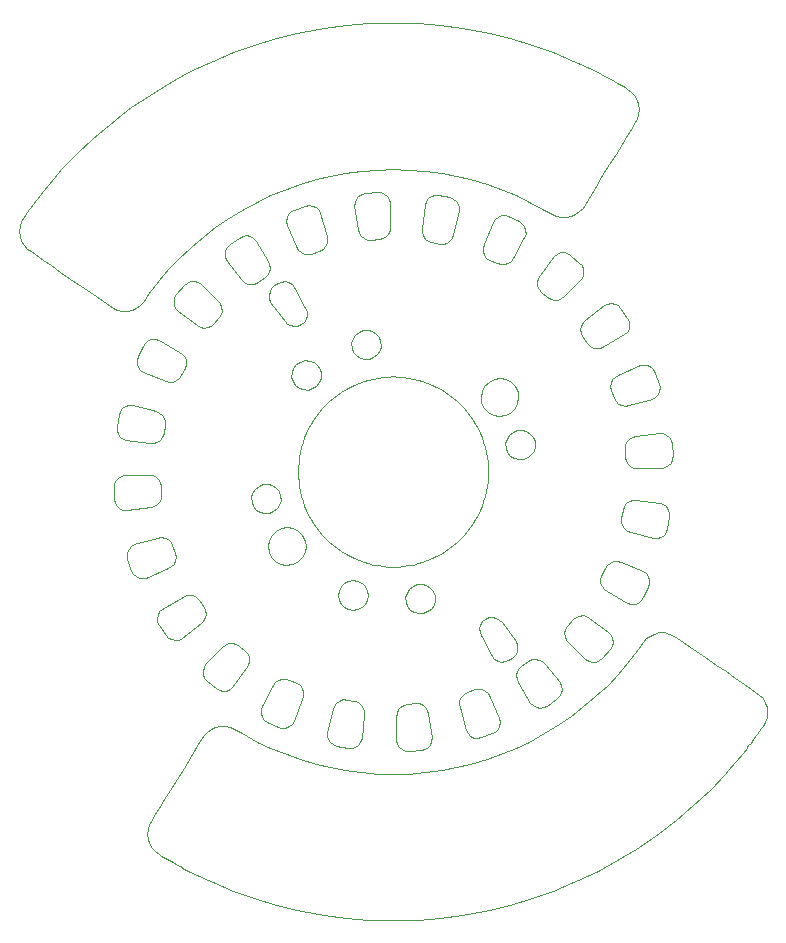
<source format=gbr>
%TF.GenerationSoftware,KiCad,Pcbnew,5.99.0-unknown-7d8f51dc2e~131~ubuntu18.04.1*%
%TF.CreationDate,2021-08-23T11:01:16+02:00*%
%TF.ProjectId,USTTHUNDERMILLPCB02A,55535454-4855-44e4-9445-524d494c4c50,rev?*%
%TF.SameCoordinates,Original*%
%TF.FileFunction,Other,ECO1*%
%FSLAX46Y46*%
G04 Gerber Fmt 4.6, Leading zero omitted, Abs format (unit mm)*
G04 Created by KiCad (PCBNEW 5.99.0-unknown-7d8f51dc2e~131~ubuntu18.04.1) date 2021-08-23 11:01:16*
%MOMM*%
%LPD*%
G01*
G04 APERTURE LIST*
%ADD10C,0.049999*%
G04 APERTURE END LIST*
D10*
X160430587Y-89701976D02*
X160141490Y-89582244D01*
X160141490Y-89582244D02*
X159903591Y-89379055D01*
X159903591Y-89379055D02*
X159740089Y-89112289D01*
X159740089Y-89112289D02*
X159667087Y-88808063D01*
X159667087Y-88808063D02*
X159611389Y-88100631D01*
X159611389Y-88100631D02*
X159635990Y-87788722D01*
X159635990Y-87788722D02*
X159755687Y-87499671D01*
X159755687Y-87499671D02*
X159958889Y-87261760D01*
X159958889Y-87261760D02*
X160225688Y-87098293D01*
X160225688Y-87098293D02*
X160529888Y-87025253D01*
X160529888Y-87025253D02*
X162512386Y-86723880D01*
X162512386Y-86723880D02*
X162824291Y-86748432D01*
X162824291Y-86748432D02*
X163113288Y-86868164D01*
X163113288Y-86868164D02*
X163351188Y-87071353D01*
X163351188Y-87071353D02*
X163514690Y-87338111D01*
X163514690Y-87338111D02*
X163587688Y-87642341D01*
X163587688Y-87642341D02*
X163666088Y-88638683D01*
X163666088Y-88638683D02*
X163641590Y-88950580D01*
X163641590Y-88950580D02*
X163521888Y-89239639D01*
X163521888Y-89239639D02*
X163318691Y-89477546D01*
X163318691Y-89477546D02*
X163051891Y-89641021D01*
X163051891Y-89641021D02*
X162747688Y-89714057D01*
X162747688Y-89714057D02*
X160742488Y-89726524D01*
X160742488Y-89726524D02*
X160430587Y-89701976D01*
X160430587Y-89701976D02*
X160430587Y-89701976D01*
X148854362Y-106031688D02*
X148586181Y-105870586D01*
X148586181Y-105870586D02*
X148380920Y-105634487D01*
X148380920Y-105634487D02*
X147448303Y-103858890D01*
X147448303Y-103858890D02*
X147326053Y-103570888D01*
X147326053Y-103570888D02*
X147298782Y-103259193D01*
X147298782Y-103259193D02*
X147369163Y-102954391D01*
X147369163Y-102954391D02*
X147530303Y-102686191D01*
X147530303Y-102686191D02*
X147766433Y-102480892D01*
X147766433Y-102480892D02*
X147813182Y-102451690D01*
X147813182Y-102451690D02*
X148101173Y-102329490D01*
X148101173Y-102329490D02*
X148412853Y-102302192D01*
X148412853Y-102302192D02*
X148717700Y-102372592D01*
X148717700Y-102372592D02*
X148985881Y-102533691D01*
X148985881Y-102533691D02*
X149191143Y-102769790D01*
X149191143Y-102769790D02*
X150378192Y-104386386D01*
X150378192Y-104386386D02*
X150500492Y-104674388D01*
X150500492Y-104674388D02*
X150527694Y-104986087D01*
X150527694Y-104986087D02*
X150457290Y-105290988D01*
X150457290Y-105290988D02*
X150296192Y-105559089D01*
X150296192Y-105559089D02*
X150060092Y-105764389D01*
X150060092Y-105764389D02*
X149758892Y-105952587D01*
X149758892Y-105952587D02*
X149470893Y-106074787D01*
X149470893Y-106074787D02*
X149159210Y-106102088D01*
X149159210Y-106102088D02*
X148854362Y-106031688D01*
X148854362Y-106031688D02*
X148854362Y-106031688D01*
X128731994Y-93428951D02*
X128403993Y-93215953D01*
X128403993Y-93215953D02*
X128157793Y-92912021D01*
X128157793Y-92912021D02*
X128017694Y-92546913D01*
X128017694Y-92546913D02*
X127997194Y-92156360D01*
X127997194Y-92156360D02*
X128098394Y-91778602D01*
X128098394Y-91778602D02*
X128311395Y-91450611D01*
X128311395Y-91450611D02*
X128615394Y-91204490D01*
X128615394Y-91204490D02*
X128980493Y-91064331D01*
X128980493Y-91064331D02*
X129370994Y-91043872D01*
X129370994Y-91043872D02*
X129748794Y-91145092D01*
X129748794Y-91145092D02*
X130076784Y-91358093D01*
X130076784Y-91358093D02*
X130322904Y-91662021D01*
X130322904Y-91662021D02*
X130463054Y-92027133D01*
X130463054Y-92027133D02*
X130483524Y-92417682D01*
X130483524Y-92417682D02*
X130382303Y-92795440D01*
X130382303Y-92795440D02*
X130169303Y-93123432D01*
X130169303Y-93123432D02*
X129865394Y-93369552D01*
X129865394Y-93369552D02*
X129500295Y-93509700D01*
X129500295Y-93509700D02*
X129109693Y-93530174D01*
X129109693Y-93530174D02*
X128731994Y-93428951D01*
X128731994Y-93428951D02*
X128731994Y-93428951D01*
X132379661Y-83048080D02*
X132014553Y-82907932D01*
X132014553Y-82907932D02*
X131710624Y-82661811D01*
X131710624Y-82661811D02*
X131497625Y-82333824D01*
X131497625Y-82333824D02*
X131396404Y-81956064D01*
X131396404Y-81956064D02*
X131416873Y-81565515D01*
X131416873Y-81565515D02*
X131557024Y-81200403D01*
X131557024Y-81200403D02*
X131803144Y-80896474D01*
X131803144Y-80896474D02*
X132131134Y-80683473D01*
X132131134Y-80683473D02*
X132508892Y-80582254D01*
X132508892Y-80582254D02*
X132899440Y-80602714D01*
X132899440Y-80602714D02*
X133264553Y-80742874D01*
X133264553Y-80742874D02*
X133568481Y-80988985D01*
X133568481Y-80988985D02*
X133781494Y-81316984D01*
X133781494Y-81316984D02*
X133882713Y-81694744D01*
X133882713Y-81694744D02*
X133862243Y-82085292D01*
X133862243Y-82085292D02*
X133722091Y-82450401D01*
X133722091Y-82450401D02*
X133475971Y-82754333D01*
X133475971Y-82754333D02*
X133147972Y-82967330D01*
X133147972Y-82967330D02*
X132770210Y-83068553D01*
X132770210Y-83068553D02*
X132379661Y-83048080D01*
X132379661Y-83048080D02*
X132379661Y-83048080D01*
X118484796Y-99007270D02*
X118202396Y-98872581D01*
X118202396Y-98872581D02*
X117975496Y-98657211D01*
X117975496Y-98657211D02*
X117826196Y-98382263D01*
X117826196Y-98382263D02*
X117492595Y-97440162D01*
X117492595Y-97440162D02*
X117435596Y-97132534D01*
X117435596Y-97132534D02*
X117476396Y-96822341D01*
X117476396Y-96822341D02*
X117611095Y-96539951D01*
X117611095Y-96539951D02*
X117826496Y-96313003D01*
X117826496Y-96313003D02*
X118101396Y-96163711D01*
X118101396Y-96163711D02*
X120035097Y-95632690D01*
X120035097Y-95632690D02*
X120342695Y-95575672D01*
X120342695Y-95575672D02*
X120652896Y-95616512D01*
X120652896Y-95616512D02*
X120935297Y-95751201D01*
X120935297Y-95751201D02*
X121162197Y-95966571D01*
X121162197Y-95966571D02*
X121311496Y-96241523D01*
X121311496Y-96241523D02*
X121548397Y-96910442D01*
X121548397Y-96910442D02*
X121605396Y-97218082D01*
X121605396Y-97218082D02*
X121564596Y-97528270D01*
X121564596Y-97528270D02*
X121429895Y-97810661D01*
X121429895Y-97810661D02*
X121214496Y-98037601D01*
X121214496Y-98037601D02*
X120939596Y-98186893D01*
X120939596Y-98186893D02*
X119102695Y-98991104D01*
X119102695Y-98991104D02*
X118794996Y-99048110D01*
X118794996Y-99048110D02*
X118484796Y-99007270D01*
X118484796Y-99007270D02*
X118484796Y-99007270D01*
X137788722Y-70363996D02*
X137499671Y-70244297D01*
X137499671Y-70244297D02*
X137261760Y-70041095D01*
X137261760Y-70041095D02*
X137098293Y-69774295D01*
X137098293Y-69774295D02*
X137025253Y-69470096D01*
X137025253Y-69470096D02*
X136723880Y-67487596D01*
X136723880Y-67487596D02*
X136748432Y-67175695D01*
X136748432Y-67175695D02*
X136868164Y-66886695D01*
X136868164Y-66886695D02*
X137071353Y-66648796D01*
X137071353Y-66648796D02*
X137338111Y-66485296D01*
X137338111Y-66485296D02*
X137642341Y-66412296D01*
X137642341Y-66412296D02*
X138638683Y-66333896D01*
X138638683Y-66333896D02*
X138950580Y-66358396D01*
X138950580Y-66358396D02*
X139239639Y-66478096D01*
X139239639Y-66478096D02*
X139477546Y-66681295D01*
X139477546Y-66681295D02*
X139641021Y-66948095D01*
X139641021Y-66948095D02*
X139714057Y-67252296D01*
X139714057Y-67252296D02*
X139726524Y-69257495D01*
X139726524Y-69257495D02*
X139701976Y-69569396D01*
X139701976Y-69569396D02*
X139582244Y-69858495D01*
X139582244Y-69858495D02*
X139379055Y-70096395D01*
X139379055Y-70096395D02*
X139112289Y-70259895D01*
X139112289Y-70259895D02*
X138808063Y-70332895D01*
X138808063Y-70332895D02*
X138100631Y-70388595D01*
X138100631Y-70388595D02*
X137788722Y-70363996D01*
X137788722Y-70363996D02*
X137788722Y-70363996D01*
X131282285Y-77627393D02*
X131014104Y-77466295D01*
X131014104Y-77466295D02*
X130808843Y-77230194D01*
X130808843Y-77230194D02*
X129621793Y-75613595D01*
X129621793Y-75613595D02*
X129499494Y-75325595D01*
X129499494Y-75325595D02*
X129472293Y-75013896D01*
X129472293Y-75013896D02*
X129542694Y-74708995D01*
X129542694Y-74708995D02*
X129703794Y-74440895D01*
X129703794Y-74440895D02*
X129939893Y-74235595D01*
X129939893Y-74235595D02*
X130241094Y-74047397D01*
X130241094Y-74047397D02*
X130529094Y-73925195D01*
X130529094Y-73925195D02*
X130840774Y-73897895D01*
X130840774Y-73897895D02*
X131145624Y-73968296D01*
X131145624Y-73968296D02*
X131413805Y-74129396D01*
X131413805Y-74129396D02*
X131619064Y-74365497D01*
X131619064Y-74365497D02*
X132551681Y-76141096D01*
X132551681Y-76141096D02*
X132673931Y-76429096D01*
X132673931Y-76429096D02*
X132701202Y-76740793D01*
X132701202Y-76740793D02*
X132630821Y-77045595D01*
X132630821Y-77045595D02*
X132469680Y-77313795D01*
X132469680Y-77313795D02*
X132233551Y-77519094D01*
X132233551Y-77519094D02*
X132186801Y-77548294D01*
X132186801Y-77548294D02*
X131898813Y-77670494D01*
X131898813Y-77670494D02*
X131587133Y-77697793D01*
X131587133Y-77697793D02*
X131282285Y-77627393D01*
X131282285Y-77627393D02*
X131282285Y-77627393D01*
X139790935Y-127988983D02*
X137906841Y-127939682D01*
X137906841Y-127939682D02*
X136027912Y-127791786D01*
X136027912Y-127791786D02*
X134159294Y-127545783D01*
X134159294Y-127545783D02*
X132306114Y-127202384D01*
X132306114Y-127202384D02*
X131897144Y-127115386D01*
X131897144Y-127115386D02*
X130064474Y-126675384D01*
X130064474Y-126675384D02*
X128257394Y-126140083D01*
X128257394Y-126140083D02*
X126480695Y-125510986D01*
X126480695Y-125510986D02*
X124739395Y-124789688D01*
X124739395Y-124789688D02*
X124357496Y-124619689D01*
X124357496Y-124619689D02*
X122656295Y-123808288D01*
X122656295Y-123808288D02*
X122145896Y-123531082D01*
X122145896Y-123531082D02*
X122094696Y-123503280D01*
X122094696Y-123503280D02*
X121941295Y-123419982D01*
X121941295Y-123419982D02*
X121685997Y-123281486D01*
X121685997Y-123281486D02*
X121329696Y-123087982D01*
X121329696Y-123087982D02*
X120999996Y-122908981D01*
X120999996Y-122908981D02*
X120883996Y-122837882D01*
X120883996Y-122837882D02*
X120375597Y-122526382D01*
X120375597Y-122526382D02*
X120179796Y-122406280D01*
X120179796Y-122406280D02*
X119841495Y-122160583D01*
X119841495Y-122160583D02*
X119561796Y-121849884D01*
X119561796Y-121849884D02*
X119352695Y-121487785D01*
X119352695Y-121487785D02*
X119223495Y-121090087D01*
X119223495Y-121090087D02*
X119179796Y-120674285D01*
X119179796Y-120674285D02*
X119223495Y-120258483D01*
X119223495Y-120258483D02*
X119352695Y-119860786D01*
X119352695Y-119860786D02*
X119561796Y-119498687D01*
X119561796Y-119498687D02*
X119795597Y-119117485D01*
X119795597Y-119117485D02*
X120194496Y-118467384D01*
X120194496Y-118467384D02*
X120643196Y-117736083D01*
X120643196Y-117736083D02*
X121140596Y-116925483D01*
X121140596Y-116925483D02*
X121685195Y-116037887D01*
X121685195Y-116037887D02*
X122275495Y-115075683D01*
X122275495Y-115075683D02*
X122909996Y-114041488D01*
X122909996Y-114041488D02*
X123586896Y-112938190D01*
X123586896Y-112938190D02*
X123953096Y-112341388D01*
X123953096Y-112341388D02*
X124232894Y-112030689D01*
X124232894Y-112030689D02*
X124571197Y-111784889D01*
X124571197Y-111784889D02*
X124953096Y-111614788D01*
X124953096Y-111614788D02*
X125362094Y-111527889D01*
X125362094Y-111527889D02*
X125780197Y-111527889D01*
X125780197Y-111527889D02*
X126189197Y-111614788D01*
X126189197Y-111614788D02*
X126571197Y-111784889D01*
X126571197Y-111784889D02*
X127199995Y-112170188D01*
X127199995Y-112170188D02*
X128469894Y-112859687D01*
X128469894Y-112859687D02*
X129585294Y-113391788D01*
X129585294Y-113391788D02*
X130727075Y-113864688D01*
X130727075Y-113864688D02*
X132089160Y-114346984D01*
X132089160Y-114346984D02*
X133474620Y-114757385D01*
X133474620Y-114757385D02*
X134676303Y-115045883D01*
X134676303Y-115045883D02*
X135891464Y-115271186D01*
X135891464Y-115271186D02*
X137324062Y-115459785D01*
X137324062Y-115459785D02*
X138764572Y-115573081D01*
X138764572Y-115573081D02*
X140000000Y-115605484D01*
X140000000Y-115605484D02*
X141235412Y-115573081D01*
X141235412Y-115573081D02*
X142675922Y-115459785D01*
X142675922Y-115459785D02*
X144108520Y-115271186D01*
X144108520Y-115271186D02*
X145323673Y-115045883D01*
X145323673Y-115045883D02*
X146525363Y-114757385D01*
X146525363Y-114757385D02*
X147910823Y-114346984D01*
X147910823Y-114346984D02*
X149272911Y-113864688D01*
X149272911Y-113864688D02*
X150414691Y-113391788D01*
X150414691Y-113391788D02*
X151530090Y-112859687D01*
X151530090Y-112859687D02*
X152799991Y-112170188D01*
X152799991Y-112170188D02*
X154031986Y-111415287D01*
X154031986Y-111415287D02*
X155050487Y-110715290D01*
X155050487Y-110715290D02*
X156030986Y-109962886D01*
X156030986Y-109962886D02*
X157129688Y-109024486D01*
X157129688Y-109024486D02*
X158177890Y-108029888D01*
X158177890Y-108029888D02*
X159028591Y-107133388D01*
X159028591Y-107133388D02*
X159831188Y-106193691D01*
X159831188Y-106193691D02*
X160710788Y-105047290D01*
X160710788Y-105047290D02*
X161128589Y-104439487D01*
X161128589Y-104439487D02*
X161408290Y-104128787D01*
X161408290Y-104128787D02*
X161746585Y-103882987D01*
X161746585Y-103882987D02*
X162128589Y-103712989D01*
X162128589Y-103712989D02*
X162537487Y-103625988D01*
X162537487Y-103625988D02*
X162955688Y-103625988D01*
X162955688Y-103625988D02*
X163364589Y-103712989D01*
X163364589Y-103712989D02*
X163746585Y-103882987D01*
X163746585Y-103882987D02*
X164323883Y-104279289D01*
X164323883Y-104279289D02*
X165390983Y-105011890D01*
X165390983Y-105011890D02*
X166391281Y-105698589D01*
X166391281Y-105698589D02*
X167321983Y-106337490D01*
X167321983Y-106337490D02*
X168180480Y-106926788D01*
X168180480Y-106926788D02*
X168964584Y-107465087D01*
X168964584Y-107465087D02*
X169671981Y-107950687D01*
X169671981Y-107950687D02*
X170300781Y-108382289D01*
X170300781Y-108382289D02*
X170669486Y-108635387D01*
X170669486Y-108635387D02*
X171007682Y-108881191D01*
X171007682Y-108881191D02*
X171287483Y-109191890D01*
X171287483Y-109191890D02*
X171496582Y-109553989D01*
X171496582Y-109553989D02*
X171625785Y-109951686D01*
X171625785Y-109951686D02*
X171669486Y-110367488D01*
X171669486Y-110367488D02*
X171625785Y-110783290D01*
X171625785Y-110783290D02*
X171496582Y-111180988D01*
X171496582Y-111180988D02*
X171287483Y-111543087D01*
X171287483Y-111543087D02*
X171157386Y-111732387D01*
X171157386Y-111732387D02*
X170819686Y-112223690D01*
X170819686Y-112223690D02*
X170742584Y-112335788D01*
X170742584Y-112335788D02*
X170514183Y-112633487D01*
X170514183Y-112633487D02*
X170267387Y-112955188D01*
X170267387Y-112955188D02*
X170090583Y-113185588D01*
X170090583Y-113185588D02*
X169984382Y-113324089D01*
X169984382Y-113324089D02*
X169948883Y-113370288D01*
X169948883Y-113370288D02*
X169595283Y-113831089D01*
X169595283Y-113831089D02*
X168371185Y-115264282D01*
X168371185Y-115264282D02*
X168091484Y-115574981D01*
X168091484Y-115574981D02*
X166794082Y-116942085D01*
X166794082Y-116942085D02*
X165426986Y-118239486D01*
X165426986Y-118239486D02*
X163993785Y-119463485D01*
X163993785Y-119463485D02*
X162498489Y-120610885D01*
X162498489Y-120610885D02*
X162160289Y-120856689D01*
X162160289Y-120856689D02*
X160606990Y-121924186D01*
X160606990Y-121924186D02*
X158999988Y-122908981D01*
X158999988Y-122908981D02*
X157343688Y-123808288D01*
X157343688Y-123808288D02*
X155642490Y-124619689D01*
X155642490Y-124619689D02*
X155260589Y-124789688D01*
X155260589Y-124789688D02*
X153519290Y-125510986D01*
X153519290Y-125510986D02*
X151742591Y-126140083D01*
X151742591Y-126140083D02*
X149935512Y-126675384D01*
X149935512Y-126675384D02*
X148102844Y-127115386D01*
X148102844Y-127115386D02*
X147693870Y-127202384D01*
X147693870Y-127202384D02*
X145840690Y-127545783D01*
X145840690Y-127545783D02*
X143972072Y-127791786D01*
X143972072Y-127791786D02*
X142093143Y-127939682D01*
X142093143Y-127939682D02*
X140209049Y-127988983D01*
X140209049Y-127988983D02*
X139790935Y-127988983D01*
X139790935Y-127988983D02*
X139790935Y-127988983D01*
X123646495Y-77750093D02*
X123379695Y-77586595D01*
X123379695Y-77586595D02*
X121764795Y-76397895D01*
X121764795Y-76397895D02*
X121561595Y-76159996D01*
X121561595Y-76159996D02*
X121441896Y-75870996D01*
X121441896Y-75870996D02*
X121417295Y-75559097D01*
X121417295Y-75559097D02*
X121490396Y-75254795D01*
X121490396Y-75254795D02*
X121653795Y-74988096D01*
X121653795Y-74988096D02*
X122302896Y-74228096D01*
X122302896Y-74228096D02*
X122540796Y-74024896D01*
X122540796Y-74024896D02*
X122829896Y-73905195D01*
X122829896Y-73905195D02*
X123141796Y-73880596D01*
X123141796Y-73880596D02*
X123445995Y-73953695D01*
X123445995Y-73953695D02*
X123712795Y-74117095D01*
X123712795Y-74117095D02*
X125139495Y-75526195D01*
X125139495Y-75526195D02*
X125342697Y-75764095D01*
X125342697Y-75764095D02*
X125462396Y-76053195D01*
X125462396Y-76053195D02*
X125486896Y-76365097D01*
X125486896Y-76365097D02*
X125413896Y-76669294D01*
X125413896Y-76669294D02*
X125250396Y-76936094D01*
X125250396Y-76936094D02*
X124789596Y-77475694D01*
X124789596Y-77475694D02*
X124551696Y-77678894D01*
X124551696Y-77678894D02*
X124262596Y-77798593D01*
X124262596Y-77798593D02*
X123950696Y-77823095D01*
X123950696Y-77823095D02*
X123646495Y-77750093D01*
X123646495Y-77750093D02*
X123646495Y-77750093D01*
X136172351Y-113394187D02*
X135189662Y-113212085D01*
X135189662Y-113212085D02*
X134894741Y-113107585D01*
X134894741Y-113107585D02*
X134646533Y-112917186D01*
X134646533Y-112917186D02*
X134469322Y-112659290D01*
X134469322Y-112659290D02*
X134380462Y-112359287D01*
X134380462Y-112359287D02*
X134388652Y-112046588D01*
X134388652Y-112046588D02*
X134895591Y-110106487D01*
X134895591Y-110106487D02*
X135000030Y-109811588D01*
X135000030Y-109811588D02*
X135190490Y-109563289D01*
X135190490Y-109563289D02*
X135448333Y-109386089D01*
X135448333Y-109386089D02*
X135748321Y-109297290D01*
X135748321Y-109297290D02*
X136061080Y-109305488D01*
X136061080Y-109305488D02*
X136758823Y-109434787D01*
X136758823Y-109434787D02*
X137053741Y-109539188D01*
X137053741Y-109539188D02*
X137301963Y-109729686D01*
X137301963Y-109729686D02*
X137479171Y-109987487D01*
X137479171Y-109987487D02*
X137568031Y-110287487D01*
X137568031Y-110287487D02*
X137559841Y-110600288D01*
X137559841Y-110600288D02*
X137337841Y-112593189D01*
X137337841Y-112593189D02*
X137233402Y-112888088D01*
X137233402Y-112888088D02*
X137042942Y-113136287D01*
X137042942Y-113136287D02*
X136785102Y-113313488D01*
X136785102Y-113313488D02*
X136485111Y-113402385D01*
X136485111Y-113402385D02*
X136172351Y-113394187D01*
X136172351Y-113394187D02*
X136172351Y-113394187D01*
X152111793Y-109933288D02*
X151836791Y-109784088D01*
X151836791Y-109784088D02*
X151621490Y-109557086D01*
X151621490Y-109557086D02*
X150608093Y-107826786D01*
X150608093Y-107826786D02*
X150473392Y-107544387D01*
X150473392Y-107544387D02*
X150432491Y-107234188D01*
X150432491Y-107234188D02*
X150489593Y-106926586D01*
X150489593Y-106926586D02*
X150638793Y-106651588D01*
X150638793Y-106651588D02*
X150865791Y-106436290D01*
X150865791Y-106436290D02*
X151450592Y-106034290D01*
X151450592Y-106034290D02*
X151732994Y-105899589D01*
X151732994Y-105899589D02*
X152043190Y-105858787D01*
X152043190Y-105858787D02*
X152350791Y-105915790D01*
X152350791Y-105915790D02*
X152625793Y-106065090D01*
X152625793Y-106065090D02*
X152841091Y-106291988D01*
X152841091Y-106291988D02*
X154093387Y-107858188D01*
X154093387Y-107858188D02*
X154228088Y-108140590D01*
X154228088Y-108140590D02*
X154268886Y-108450786D01*
X154268886Y-108450786D02*
X154211887Y-108758388D01*
X154211887Y-108758388D02*
X154062587Y-109033390D01*
X154062587Y-109033390D02*
X153835689Y-109248790D01*
X153835689Y-109248790D02*
X153011993Y-109814788D01*
X153011993Y-109814788D02*
X152729591Y-109949489D01*
X152729591Y-109949489D02*
X152419391Y-109990390D01*
X152419391Y-109990390D02*
X152111793Y-109933288D01*
X152111793Y-109933288D02*
X152111793Y-109933288D01*
X141049404Y-113641590D02*
X140760345Y-113521888D01*
X140760345Y-113521888D02*
X140522438Y-113318691D01*
X140522438Y-113318691D02*
X140358963Y-113051891D01*
X140358963Y-113051891D02*
X140285926Y-112747688D01*
X140285926Y-112747688D02*
X140273460Y-110742488D01*
X140273460Y-110742488D02*
X140298007Y-110430587D01*
X140298007Y-110430587D02*
X140417739Y-110141490D01*
X140417739Y-110141490D02*
X140620929Y-109903591D01*
X140620929Y-109903591D02*
X140887695Y-109740089D01*
X140887695Y-109740089D02*
X141191921Y-109667087D01*
X141191921Y-109667087D02*
X141899353Y-109611389D01*
X141899353Y-109611389D02*
X142211261Y-109635990D01*
X142211261Y-109635990D02*
X142500312Y-109755687D01*
X142500312Y-109755687D02*
X142738224Y-109958889D01*
X142738224Y-109958889D02*
X142901691Y-110225688D01*
X142901691Y-110225688D02*
X142974731Y-110529888D01*
X142974731Y-110529888D02*
X143276103Y-112512386D01*
X143276103Y-112512386D02*
X143251552Y-112824291D01*
X143251552Y-112824291D02*
X143131820Y-113113288D01*
X143131820Y-113113288D02*
X142928630Y-113351188D01*
X142928630Y-113351188D02*
X142661872Y-113514690D01*
X142661872Y-113514690D02*
X142357643Y-113587688D01*
X142357643Y-113587688D02*
X141361301Y-113666088D01*
X141361301Y-113666088D02*
X141049404Y-113641590D01*
X141049404Y-113641590D02*
X141049404Y-113641590D01*
X119399696Y-87559841D02*
X117406795Y-87337841D01*
X117406795Y-87337841D02*
X117111896Y-87233402D01*
X117111896Y-87233402D02*
X116863697Y-87042942D01*
X116863697Y-87042942D02*
X116686496Y-86785102D01*
X116686496Y-86785102D02*
X116597597Y-86485111D01*
X116597597Y-86485111D02*
X116605796Y-86172351D01*
X116605796Y-86172351D02*
X116787897Y-85189662D01*
X116787897Y-85189662D02*
X116892396Y-84894741D01*
X116892396Y-84894741D02*
X117082796Y-84646533D01*
X117082796Y-84646533D02*
X117340696Y-84469322D01*
X117340696Y-84469322D02*
X117640695Y-84380462D01*
X117640695Y-84380462D02*
X117953395Y-84388652D01*
X117953395Y-84388652D02*
X119893495Y-84895591D01*
X119893495Y-84895591D02*
X120188396Y-85000030D01*
X120188396Y-85000030D02*
X120436697Y-85190490D01*
X120436697Y-85190490D02*
X120613895Y-85448333D01*
X120613895Y-85448333D02*
X120702695Y-85748321D01*
X120702695Y-85748321D02*
X120694496Y-86061080D01*
X120694496Y-86061080D02*
X120565196Y-86758823D01*
X120565196Y-86758823D02*
X120460796Y-87053741D01*
X120460796Y-87053741D02*
X120270296Y-87301963D01*
X120270296Y-87301963D02*
X120012496Y-87479171D01*
X120012496Y-87479171D02*
X119712495Y-87568031D01*
X119712495Y-87568031D02*
X119399696Y-87559841D01*
X119399696Y-87559841D02*
X119399696Y-87559841D01*
X156926586Y-79510393D02*
X156651588Y-79361194D01*
X156651588Y-79361194D02*
X156436290Y-79134195D01*
X156436290Y-79134195D02*
X156034290Y-78549394D01*
X156034290Y-78549394D02*
X155899589Y-78266994D01*
X155899589Y-78266994D02*
X155858787Y-77956794D01*
X155858787Y-77956794D02*
X155915790Y-77649194D01*
X155915790Y-77649194D02*
X156065090Y-77374193D01*
X156065090Y-77374193D02*
X156291988Y-77158895D01*
X156291988Y-77158895D02*
X157858188Y-75906597D01*
X157858188Y-75906597D02*
X158140590Y-75771896D01*
X158140590Y-75771896D02*
X158450786Y-75731096D01*
X158450786Y-75731096D02*
X158758388Y-75788097D01*
X158758388Y-75788097D02*
X159033390Y-75937397D01*
X159033390Y-75937397D02*
X159248790Y-76164295D01*
X159248790Y-76164295D02*
X159814788Y-76987993D01*
X159814788Y-76987993D02*
X159949489Y-77270395D01*
X159949489Y-77270395D02*
X159990390Y-77580595D01*
X159990390Y-77580595D02*
X159933288Y-77888193D01*
X159933288Y-77888193D02*
X159784088Y-78163194D01*
X159784088Y-78163194D02*
X159557086Y-78378494D01*
X159557086Y-78378494D02*
X157826786Y-79391893D01*
X157826786Y-79391893D02*
X157544387Y-79526594D01*
X157544387Y-79526594D02*
X157234188Y-79567495D01*
X157234188Y-79567495D02*
X156926586Y-79510393D01*
X156926586Y-79510393D02*
X156926586Y-79510393D01*
X143938903Y-70694496D02*
X143241161Y-70565196D01*
X143241161Y-70565196D02*
X142946243Y-70460796D01*
X142946243Y-70460796D02*
X142698020Y-70270296D01*
X142698020Y-70270296D02*
X142520812Y-70012496D01*
X142520812Y-70012496D02*
X142431953Y-69712495D01*
X142431953Y-69712495D02*
X142440143Y-69399696D01*
X142440143Y-69399696D02*
X142662143Y-67406795D01*
X142662143Y-67406795D02*
X142766582Y-67111896D01*
X142766582Y-67111896D02*
X142957042Y-66863697D01*
X142957042Y-66863697D02*
X143214881Y-66686496D01*
X143214881Y-66686496D02*
X143514873Y-66597597D01*
X143514873Y-66597597D02*
X143827632Y-66605796D01*
X143827632Y-66605796D02*
X144810321Y-66787897D01*
X144810321Y-66787897D02*
X145105243Y-66892396D01*
X145105243Y-66892396D02*
X145353450Y-67082796D01*
X145353450Y-67082796D02*
X145530662Y-67340696D01*
X145530662Y-67340696D02*
X145619522Y-67640695D01*
X145619522Y-67640695D02*
X145611331Y-67953395D01*
X145611331Y-67953395D02*
X145104393Y-69893495D01*
X145104393Y-69893495D02*
X144999954Y-70188396D01*
X144999954Y-70188396D02*
X144809494Y-70436697D01*
X144809494Y-70436697D02*
X144551651Y-70613895D01*
X144551651Y-70613895D02*
X144251663Y-70702695D01*
X144251663Y-70702695D02*
X143938903Y-70694496D01*
X143938903Y-70694496D02*
X143938903Y-70694496D01*
X141778602Y-101901592D02*
X141450611Y-101688591D01*
X141450611Y-101688591D02*
X141204490Y-101384590D01*
X141204490Y-101384590D02*
X141064331Y-101019493D01*
X141064331Y-101019493D02*
X141043872Y-100628990D01*
X141043872Y-100628990D02*
X141145092Y-100251190D01*
X141145092Y-100251190D02*
X141358093Y-99923202D01*
X141358093Y-99923202D02*
X141662021Y-99677082D01*
X141662021Y-99677082D02*
X142027133Y-99536933D01*
X142027133Y-99536933D02*
X142417682Y-99516464D01*
X142417682Y-99516464D02*
X142795440Y-99617683D01*
X142795440Y-99617683D02*
X143123432Y-99830680D01*
X143123432Y-99830680D02*
X143369552Y-100134590D01*
X143369552Y-100134590D02*
X143509700Y-100499691D01*
X143509700Y-100499691D02*
X143530174Y-100890293D01*
X143530174Y-100890293D02*
X143428951Y-101267990D01*
X143428951Y-101267990D02*
X143215953Y-101595993D01*
X143215953Y-101595993D02*
X142912021Y-101842193D01*
X142912021Y-101842193D02*
X142546913Y-101982292D01*
X142546913Y-101982292D02*
X142156360Y-102002792D01*
X142156360Y-102002792D02*
X141778602Y-101901592D01*
X141778602Y-101901592D02*
X141778602Y-101901592D01*
X162046588Y-95611331D02*
X160106487Y-95104393D01*
X160106487Y-95104393D02*
X159811588Y-94999954D01*
X159811588Y-94999954D02*
X159563289Y-94809494D01*
X159563289Y-94809494D02*
X159386089Y-94551651D01*
X159386089Y-94551651D02*
X159297290Y-94251663D01*
X159297290Y-94251663D02*
X159305488Y-93938903D01*
X159305488Y-93938903D02*
X159434787Y-93241161D01*
X159434787Y-93241161D02*
X159539188Y-92946243D01*
X159539188Y-92946243D02*
X159729686Y-92698020D01*
X159729686Y-92698020D02*
X159987487Y-92520812D01*
X159987487Y-92520812D02*
X160287487Y-92431953D01*
X160287487Y-92431953D02*
X160600288Y-92440143D01*
X160600288Y-92440143D02*
X162593189Y-92662143D01*
X162593189Y-92662143D02*
X162888088Y-92766582D01*
X162888088Y-92766582D02*
X163136287Y-92957042D01*
X163136287Y-92957042D02*
X163313488Y-93214881D01*
X163313488Y-93214881D02*
X163402385Y-93514873D01*
X163402385Y-93514873D02*
X163394187Y-93827632D01*
X163394187Y-93827632D02*
X163212085Y-94810321D01*
X163212085Y-94810321D02*
X163107585Y-95105243D01*
X163107585Y-95105243D02*
X162917186Y-95353450D01*
X162917186Y-95353450D02*
X162659290Y-95530662D01*
X162659290Y-95530662D02*
X162359287Y-95619522D01*
X162359287Y-95619522D02*
X162046588Y-95611331D01*
X162046588Y-95611331D02*
X162046588Y-95611331D01*
X153330692Y-75413896D02*
X153063892Y-75250396D01*
X153063892Y-75250396D02*
X152524291Y-74789596D01*
X152524291Y-74789596D02*
X152321090Y-74551696D01*
X152321090Y-74551696D02*
X152201393Y-74262596D01*
X152201393Y-74262596D02*
X152176891Y-73950696D01*
X152176891Y-73950696D02*
X152249893Y-73646495D01*
X152249893Y-73646495D02*
X152413391Y-73379695D01*
X152413391Y-73379695D02*
X153602088Y-71764795D01*
X153602088Y-71764795D02*
X153839988Y-71561595D01*
X153839988Y-71561595D02*
X154128986Y-71441896D01*
X154128986Y-71441896D02*
X154440887Y-71417295D01*
X154440887Y-71417295D02*
X154745189Y-71490396D01*
X154745189Y-71490396D02*
X155011890Y-71653795D01*
X155011890Y-71653795D02*
X155771888Y-72302896D01*
X155771888Y-72302896D02*
X155975086Y-72540796D01*
X155975086Y-72540796D02*
X156094791Y-72829896D01*
X156094791Y-72829896D02*
X156119388Y-73141796D01*
X156119388Y-73141796D02*
X156046291Y-73445995D01*
X156046291Y-73445995D02*
X155882888Y-73712795D01*
X155882888Y-73712795D02*
X154473789Y-75139495D01*
X154473789Y-75139495D02*
X154235889Y-75342697D01*
X154235889Y-75342697D02*
X153946788Y-75462396D01*
X153946788Y-75462396D02*
X153634887Y-75486896D01*
X153634887Y-75486896D02*
X153330692Y-75413896D01*
X153330692Y-75413896D02*
X153330692Y-75413896D01*
X146822341Y-112523586D02*
X146539951Y-112388889D01*
X146539951Y-112388889D02*
X146313003Y-112173488D01*
X146313003Y-112173488D02*
X146163711Y-111898586D01*
X146163711Y-111898586D02*
X145632690Y-109964885D01*
X145632690Y-109964885D02*
X145575672Y-109657291D01*
X145575672Y-109657291D02*
X145616512Y-109347087D01*
X145616512Y-109347087D02*
X145751201Y-109064685D01*
X145751201Y-109064685D02*
X145966571Y-108837787D01*
X145966571Y-108837787D02*
X146241523Y-108688488D01*
X146241523Y-108688488D02*
X146910442Y-108451587D01*
X146910442Y-108451587D02*
X147218082Y-108394588D01*
X147218082Y-108394588D02*
X147528270Y-108435390D01*
X147528270Y-108435390D02*
X147810661Y-108570087D01*
X147810661Y-108570087D02*
X148037601Y-108785488D01*
X148037601Y-108785488D02*
X148186893Y-109060390D01*
X148186893Y-109060390D02*
X148991104Y-110897289D01*
X148991104Y-110897289D02*
X149048110Y-111204990D01*
X149048110Y-111204990D02*
X149007270Y-111515186D01*
X149007270Y-111515186D02*
X148872581Y-111797588D01*
X148872581Y-111797588D02*
X148657211Y-112024486D01*
X148657211Y-112024486D02*
X148382263Y-112173786D01*
X148382263Y-112173786D02*
X147440162Y-112507389D01*
X147440162Y-112507389D02*
X147132534Y-112564388D01*
X147132534Y-112564388D02*
X146822341Y-112523586D01*
X146822341Y-112523586D02*
X146822341Y-112523586D01*
X159842990Y-101126190D02*
X158100288Y-100134391D01*
X158100288Y-100134391D02*
X157842388Y-99957191D01*
X157842388Y-99957191D02*
X157651889Y-99708984D01*
X157651889Y-99708984D02*
X157547489Y-99414051D01*
X157547489Y-99414051D02*
X157539287Y-99101291D01*
X157539287Y-99101291D02*
X157628189Y-98801311D01*
X157628189Y-98801311D02*
X157933689Y-98160812D01*
X157933689Y-98160812D02*
X158110889Y-97902973D01*
X158110889Y-97902973D02*
X158359088Y-97712501D01*
X158359088Y-97712501D02*
X158653987Y-97608070D01*
X158653987Y-97608070D02*
X158966789Y-97599884D01*
X158966789Y-97599884D02*
X159266788Y-97688743D01*
X159266788Y-97688743D02*
X161134288Y-98418972D01*
X161134288Y-98418972D02*
X161392189Y-98596183D01*
X161392189Y-98596183D02*
X161582588Y-98844402D01*
X161582588Y-98844402D02*
X161687088Y-99139320D01*
X161687088Y-99139320D02*
X161695285Y-99452091D01*
X161695285Y-99452091D02*
X161606388Y-99752071D01*
X161606388Y-99752071D02*
X161176090Y-100654090D01*
X161176090Y-100654090D02*
X160998889Y-100911991D01*
X160998889Y-100911991D02*
X160750690Y-101102493D01*
X160750690Y-101102493D02*
X160455787Y-101206893D01*
X160455787Y-101206893D02*
X160142986Y-101215091D01*
X160142986Y-101215091D02*
X159842990Y-101126190D01*
X159842990Y-101126190D02*
X159842990Y-101126190D01*
X148801311Y-72371795D02*
X148160812Y-72066295D01*
X148160812Y-72066295D02*
X147902973Y-71889095D01*
X147902973Y-71889095D02*
X147712501Y-71640895D01*
X147712501Y-71640895D02*
X147608070Y-71345996D01*
X147608070Y-71345996D02*
X147599884Y-71033195D01*
X147599884Y-71033195D02*
X147688743Y-70733196D01*
X147688743Y-70733196D02*
X148418972Y-68865695D01*
X148418972Y-68865695D02*
X148596183Y-68607795D01*
X148596183Y-68607795D02*
X148844402Y-68417396D01*
X148844402Y-68417396D02*
X149139320Y-68312896D01*
X149139320Y-68312896D02*
X149452091Y-68304697D01*
X149452091Y-68304697D02*
X149752071Y-68393596D01*
X149752071Y-68393596D02*
X150654090Y-68823896D01*
X150654090Y-68823896D02*
X150911991Y-69001096D01*
X150911991Y-69001096D02*
X151102493Y-69249296D01*
X151102493Y-69249296D02*
X151206893Y-69544197D01*
X151206893Y-69544197D02*
X151215091Y-69856996D01*
X151215091Y-69856996D02*
X151126190Y-70156995D01*
X151126190Y-70156995D02*
X150134391Y-71899696D01*
X150134391Y-71899696D02*
X149957191Y-72157596D01*
X149957191Y-72157596D02*
X149708984Y-72348096D01*
X149708984Y-72348096D02*
X149414051Y-72452495D01*
X149414051Y-72452495D02*
X149101291Y-72460695D01*
X149101291Y-72460695D02*
X148801311Y-72371795D01*
X148801311Y-72371795D02*
X148801311Y-72371795D01*
X125254795Y-108509586D02*
X124988096Y-108346187D01*
X124988096Y-108346187D02*
X124228096Y-107697086D01*
X124228096Y-107697086D02*
X124024896Y-107459186D01*
X124024896Y-107459186D02*
X123905195Y-107170085D01*
X123905195Y-107170085D02*
X123880596Y-106858188D01*
X123880596Y-106858188D02*
X123953695Y-106553989D01*
X123953695Y-106553989D02*
X124117095Y-106287189D01*
X124117095Y-106287189D02*
X125526195Y-104860488D01*
X125526195Y-104860488D02*
X125764095Y-104657287D01*
X125764095Y-104657287D02*
X126053195Y-104537586D01*
X126053195Y-104537586D02*
X126365097Y-104513088D01*
X126365097Y-104513088D02*
X126669294Y-104586086D01*
X126669294Y-104586086D02*
X126936094Y-104749588D01*
X126936094Y-104749588D02*
X127475694Y-105210388D01*
X127475694Y-105210388D02*
X127678894Y-105448287D01*
X127678894Y-105448287D02*
X127798593Y-105737388D01*
X127798593Y-105737388D02*
X127823095Y-106049289D01*
X127823095Y-106049289D02*
X127750093Y-106353488D01*
X127750093Y-106353488D02*
X127586595Y-106620288D01*
X127586595Y-106620288D02*
X126397895Y-108235187D01*
X126397895Y-108235187D02*
X126159996Y-108438388D01*
X126159996Y-108438388D02*
X125870996Y-108558086D01*
X125870996Y-108558086D02*
X125559097Y-108582691D01*
X125559097Y-108582691D02*
X125254795Y-108509586D01*
X125254795Y-108509586D02*
X125254795Y-108509586D01*
X159347087Y-84383472D02*
X159064685Y-84248783D01*
X159064685Y-84248783D02*
X158837787Y-84033412D01*
X158837787Y-84033412D02*
X158688488Y-83758460D01*
X158688488Y-83758460D02*
X158451587Y-83089542D01*
X158451587Y-83089542D02*
X158394588Y-82781902D01*
X158394588Y-82781902D02*
X158435390Y-82471714D01*
X158435390Y-82471714D02*
X158570087Y-82189323D01*
X158570087Y-82189323D02*
X158785488Y-81962385D01*
X158785488Y-81962385D02*
X159060390Y-81813093D01*
X159060390Y-81813093D02*
X160897289Y-81008884D01*
X160897289Y-81008884D02*
X161204990Y-80951875D01*
X161204990Y-80951875D02*
X161515186Y-80992713D01*
X161515186Y-80992713D02*
X161797588Y-81127405D01*
X161797588Y-81127405D02*
X162024486Y-81342775D01*
X162024486Y-81342775D02*
X162173786Y-81617723D01*
X162173786Y-81617723D02*
X162507389Y-82559822D01*
X162507389Y-82559822D02*
X162564388Y-82867450D01*
X162564388Y-82867450D02*
X162523586Y-83177642D01*
X162523586Y-83177642D02*
X162388889Y-83460033D01*
X162388889Y-83460033D02*
X162173488Y-83686981D01*
X162173488Y-83686981D02*
X161898586Y-83836273D01*
X161898586Y-83836273D02*
X159964885Y-84367294D01*
X159964885Y-84367294D02*
X159657291Y-84424312D01*
X159657291Y-84424312D02*
X159347087Y-84383472D01*
X159347087Y-84383472D02*
X159347087Y-84383472D01*
X136214530Y-101650390D02*
X135866073Y-101472892D01*
X135866073Y-101472892D02*
X135589530Y-101196392D01*
X135589530Y-101196392D02*
X135411983Y-100847892D01*
X135411983Y-100847892D02*
X135350803Y-100461593D01*
X135350803Y-100461593D02*
X135411983Y-100075294D01*
X135411983Y-100075294D02*
X135589530Y-99726882D01*
X135589530Y-99726882D02*
X135866073Y-99450340D01*
X135866073Y-99450340D02*
X136214530Y-99272792D01*
X136214530Y-99272792D02*
X136600803Y-99211612D01*
X136600803Y-99211612D02*
X136987071Y-99272792D01*
X136987071Y-99272792D02*
X137335533Y-99450340D01*
X137335533Y-99450340D02*
X137612071Y-99726882D01*
X137612071Y-99726882D02*
X137789623Y-100075294D01*
X137789623Y-100075294D02*
X137850803Y-100461593D01*
X137850803Y-100461593D02*
X137789623Y-100847892D01*
X137789623Y-100847892D02*
X137612071Y-101196392D01*
X137612071Y-101196392D02*
X137335533Y-101472892D01*
X137335533Y-101472892D02*
X136987071Y-101650390D01*
X136987071Y-101650390D02*
X136600803Y-101711593D01*
X136600803Y-101711593D02*
X136214530Y-101650390D01*
X136214530Y-101650390D02*
X136214530Y-101650390D01*
X130247915Y-111606388D02*
X129345893Y-111176090D01*
X129345893Y-111176090D02*
X129087995Y-110998889D01*
X129087995Y-110998889D02*
X128897493Y-110750690D01*
X128897493Y-110750690D02*
X128793094Y-110455787D01*
X128793094Y-110455787D02*
X128784894Y-110142986D01*
X128784894Y-110142986D02*
X128873794Y-109842990D01*
X128873794Y-109842990D02*
X129865594Y-108100288D01*
X129865594Y-108100288D02*
X130042795Y-107842388D01*
X130042795Y-107842388D02*
X130291004Y-107651889D01*
X130291004Y-107651889D02*
X130585935Y-107547489D01*
X130585935Y-107547489D02*
X130898694Y-107539287D01*
X130898694Y-107539287D02*
X131198675Y-107628189D01*
X131198675Y-107628189D02*
X131839174Y-107933689D01*
X131839174Y-107933689D02*
X132097011Y-108110889D01*
X132097011Y-108110889D02*
X132287483Y-108359088D01*
X132287483Y-108359088D02*
X132391914Y-108653987D01*
X132391914Y-108653987D02*
X132400100Y-108966789D01*
X132400100Y-108966789D02*
X132311241Y-109266788D01*
X132311241Y-109266788D02*
X131581014Y-111134288D01*
X131581014Y-111134288D02*
X131403802Y-111392189D01*
X131403802Y-111392189D02*
X131155584Y-111582588D01*
X131155584Y-111582588D02*
X130860664Y-111687088D01*
X130860664Y-111687088D02*
X130547895Y-111695285D01*
X130547895Y-111695285D02*
X130247915Y-111606388D01*
X130247915Y-111606388D02*
X130247915Y-111606388D01*
X117175695Y-93251552D02*
X116886695Y-93131820D01*
X116886695Y-93131820D02*
X116648796Y-92928630D01*
X116648796Y-92928630D02*
X116485296Y-92661872D01*
X116485296Y-92661872D02*
X116412296Y-92357643D01*
X116412296Y-92357643D02*
X116333896Y-91361301D01*
X116333896Y-91361301D02*
X116358396Y-91049404D01*
X116358396Y-91049404D02*
X116478096Y-90760345D01*
X116478096Y-90760345D02*
X116681295Y-90522438D01*
X116681295Y-90522438D02*
X116948095Y-90358963D01*
X116948095Y-90358963D02*
X117252296Y-90285926D01*
X117252296Y-90285926D02*
X119257495Y-90273460D01*
X119257495Y-90273460D02*
X119569396Y-90298007D01*
X119569396Y-90298007D02*
X119858495Y-90417739D01*
X119858495Y-90417739D02*
X120096395Y-90620929D01*
X120096395Y-90620929D02*
X120259895Y-90887695D01*
X120259895Y-90887695D02*
X120332895Y-91191921D01*
X120332895Y-91191921D02*
X120388595Y-91899353D01*
X120388595Y-91899353D02*
X120363996Y-92211261D01*
X120363996Y-92211261D02*
X120244297Y-92500312D01*
X120244297Y-92500312D02*
X120041095Y-92738224D01*
X120041095Y-92738224D02*
X119774295Y-92901691D01*
X119774295Y-92901691D02*
X119470096Y-92974731D01*
X119470096Y-92974731D02*
X117487596Y-93276103D01*
X117487596Y-93276103D02*
X117175695Y-93251552D01*
X117175695Y-93251552D02*
X117175695Y-93251552D01*
X117044296Y-76373996D02*
X116635396Y-76286994D01*
X116635396Y-76286994D02*
X116253396Y-76116996D01*
X116253396Y-76116996D02*
X115676096Y-75720695D01*
X115676096Y-75720695D02*
X114608996Y-74988096D01*
X114608996Y-74988096D02*
X113608696Y-74301395D01*
X113608696Y-74301395D02*
X112677997Y-73662496D01*
X112677997Y-73662496D02*
X111819498Y-73073196D01*
X111819498Y-73073196D02*
X111035398Y-72534896D01*
X111035398Y-72534896D02*
X110327997Y-72049295D01*
X110327997Y-72049295D02*
X109699197Y-71617696D01*
X109699197Y-71617696D02*
X109330497Y-71364595D01*
X109330497Y-71364595D02*
X108992298Y-71118795D01*
X108992298Y-71118795D02*
X108712497Y-70808095D01*
X108712497Y-70808095D02*
X108503398Y-70445995D01*
X108503398Y-70445995D02*
X108374198Y-70048295D01*
X108374198Y-70048295D02*
X108330497Y-69632495D01*
X108330497Y-69632495D02*
X108374198Y-69216695D01*
X108374198Y-69216695D02*
X108503398Y-68818996D01*
X108503398Y-68818996D02*
X108712497Y-68456895D01*
X108712497Y-68456895D02*
X108842597Y-68267595D01*
X108842597Y-68267595D02*
X109180297Y-67776296D01*
X109180297Y-67776296D02*
X109257398Y-67664196D01*
X109257398Y-67664196D02*
X109485797Y-67366497D01*
X109485797Y-67366497D02*
X109732597Y-67044795D01*
X109732597Y-67044795D02*
X109909399Y-66814395D01*
X109909399Y-66814395D02*
X110015598Y-66675895D01*
X110015598Y-66675895D02*
X110051097Y-66629695D01*
X110051097Y-66629695D02*
X110404697Y-66168895D01*
X110404697Y-66168895D02*
X111628797Y-64735697D01*
X111628797Y-64735697D02*
X111908498Y-64424996D01*
X111908498Y-64424996D02*
X113205898Y-63057897D01*
X113205898Y-63057897D02*
X114572997Y-61760498D01*
X114572997Y-61760498D02*
X116006196Y-60536499D01*
X116006196Y-60536499D02*
X117501495Y-59389097D01*
X117501495Y-59389097D02*
X117839696Y-59143297D01*
X117839696Y-59143297D02*
X119392995Y-58075798D01*
X119392995Y-58075798D02*
X120999996Y-57090998D01*
X120999996Y-57090998D02*
X122656295Y-56191699D01*
X122656295Y-56191699D02*
X124357496Y-55380297D01*
X124357496Y-55380297D02*
X124739395Y-55210299D01*
X124739395Y-55210299D02*
X126480695Y-54488997D01*
X126480695Y-54488997D02*
X128257394Y-53859900D01*
X128257394Y-53859900D02*
X130064474Y-53324599D01*
X130064474Y-53324599D02*
X131897144Y-52884601D01*
X131897144Y-52884601D02*
X132306114Y-52797599D01*
X132306114Y-52797599D02*
X134159294Y-52454200D01*
X134159294Y-52454200D02*
X136027912Y-52208198D01*
X136027912Y-52208198D02*
X137906841Y-52060298D01*
X137906841Y-52060298D02*
X139790935Y-52011001D01*
X139790935Y-52011001D02*
X140209049Y-52011001D01*
X140209049Y-52011001D02*
X142093143Y-52060298D01*
X142093143Y-52060298D02*
X143972072Y-52208198D01*
X143972072Y-52208198D02*
X145840690Y-52454200D01*
X145840690Y-52454200D02*
X147693870Y-52797599D01*
X147693870Y-52797599D02*
X148102844Y-52884601D01*
X148102844Y-52884601D02*
X149935512Y-53324599D01*
X149935512Y-53324599D02*
X151742591Y-53859900D01*
X151742591Y-53859900D02*
X153519290Y-54488997D01*
X153519290Y-54488997D02*
X155260589Y-55210299D01*
X155260589Y-55210299D02*
X155642490Y-55380297D01*
X155642490Y-55380297D02*
X157343688Y-56191699D01*
X157343688Y-56191699D02*
X157854087Y-56468897D01*
X157854087Y-56468897D02*
X157905288Y-56496699D01*
X157905288Y-56496699D02*
X158058689Y-56580000D01*
X158058689Y-56580000D02*
X158313987Y-56718496D01*
X158313987Y-56718496D02*
X158670288Y-56911997D01*
X158670288Y-56911997D02*
X158999988Y-57090998D01*
X158999988Y-57090998D02*
X159115985Y-57162100D01*
X159115985Y-57162100D02*
X159624385Y-57473597D01*
X159624385Y-57473597D02*
X159820186Y-57593698D01*
X159820186Y-57593698D02*
X160158489Y-57839399D01*
X160158489Y-57839399D02*
X160438190Y-58150098D01*
X160438190Y-58150098D02*
X160647289Y-58512197D01*
X160647289Y-58512197D02*
X160776489Y-58909898D01*
X160776489Y-58909898D02*
X160820186Y-59325698D01*
X160820186Y-59325698D02*
X160776489Y-59741498D01*
X160776489Y-59741498D02*
X160647289Y-60139198D01*
X160647289Y-60139198D02*
X160438190Y-60501298D01*
X160438190Y-60501298D02*
X160204387Y-60882497D01*
X160204387Y-60882497D02*
X159805488Y-61532598D01*
X159805488Y-61532598D02*
X159356788Y-62263898D01*
X159356788Y-62263898D02*
X158859386Y-63074497D01*
X158859386Y-63074497D02*
X158314788Y-63962096D01*
X158314788Y-63962096D02*
X157724491Y-64924296D01*
X157724491Y-64924296D02*
X157089988Y-65958497D01*
X157089988Y-65958497D02*
X156413089Y-67061796D01*
X156413089Y-67061796D02*
X156046886Y-67658596D01*
X156046886Y-67658596D02*
X155767089Y-67969295D01*
X155767089Y-67969295D02*
X155428787Y-68215095D01*
X155428787Y-68215095D02*
X155046886Y-68385196D01*
X155046886Y-68385196D02*
X154637889Y-68472095D01*
X154637889Y-68472095D02*
X154219787Y-68472095D01*
X154219787Y-68472095D02*
X153810787Y-68385196D01*
X153810787Y-68385196D02*
X153428787Y-68215095D01*
X153428787Y-68215095D02*
X152799991Y-67829795D01*
X152799991Y-67829795D02*
X151530090Y-67140296D01*
X151530090Y-67140296D02*
X150414691Y-66608196D01*
X150414691Y-66608196D02*
X149272911Y-66135295D01*
X149272911Y-66135295D02*
X147910823Y-65652997D01*
X147910823Y-65652997D02*
X146525363Y-65242596D01*
X146525363Y-65242596D02*
X145323680Y-64954096D01*
X145323680Y-64954096D02*
X144108520Y-64728796D01*
X144108520Y-64728796D02*
X142675922Y-64540196D01*
X142675922Y-64540196D02*
X141235412Y-64426898D01*
X141235412Y-64426898D02*
X139999984Y-64394497D01*
X139999984Y-64394497D02*
X138764572Y-64426898D01*
X138764572Y-64426898D02*
X137324062Y-64540196D01*
X137324062Y-64540196D02*
X135891464Y-64728796D01*
X135891464Y-64728796D02*
X134676311Y-64954096D01*
X134676311Y-64954096D02*
X133474620Y-65242596D01*
X133474620Y-65242596D02*
X132089160Y-65652997D01*
X132089160Y-65652997D02*
X130727075Y-66135295D01*
X130727075Y-66135295D02*
X129585294Y-66608196D01*
X129585294Y-66608196D02*
X128469894Y-67140296D01*
X128469894Y-67140296D02*
X127199995Y-67829795D01*
X127199995Y-67829795D02*
X125967996Y-68584695D01*
X125967996Y-68584695D02*
X124949497Y-69284696D01*
X124949497Y-69284696D02*
X123968996Y-70037096D01*
X123968996Y-70037096D02*
X122870296Y-70975496D01*
X122870296Y-70975496D02*
X121822095Y-71970096D01*
X121822095Y-71970096D02*
X120971395Y-72866596D01*
X120971395Y-72866596D02*
X120168796Y-73806295D01*
X120168796Y-73806295D02*
X119289196Y-74952695D01*
X119289196Y-74952695D02*
X118871397Y-75560497D01*
X118871397Y-75560497D02*
X118591695Y-75871196D01*
X118591695Y-75871196D02*
X118253396Y-76116996D01*
X118253396Y-76116996D02*
X117871397Y-76286994D01*
X117871397Y-76286994D02*
X117462495Y-76373996D01*
X117462495Y-76373996D02*
X117044296Y-76373996D01*
X117044296Y-76373996D02*
X117044296Y-76373996D01*
X148489753Y-85203483D02*
X148047760Y-84968471D01*
X148047760Y-84968471D02*
X147700023Y-84608371D01*
X147700023Y-84608371D02*
X147480571Y-84158443D01*
X147480571Y-84158443D02*
X147410911Y-83662731D01*
X147410911Y-83662731D02*
X147497833Y-83169742D01*
X147497833Y-83169742D02*
X147732841Y-82727752D01*
X147732841Y-82727752D02*
X148092941Y-82380012D01*
X148092941Y-82380012D02*
X148542873Y-82160560D01*
X148542873Y-82160560D02*
X149038593Y-82090892D01*
X149038593Y-82090892D02*
X149531570Y-82177822D01*
X149531570Y-82177822D02*
X149973571Y-82412834D01*
X149973571Y-82412834D02*
X150321292Y-82772933D01*
X150321292Y-82772933D02*
X150540794Y-83222850D01*
X150540794Y-83222850D02*
X150610393Y-83718570D01*
X150610393Y-83718570D02*
X150523490Y-84211563D01*
X150523490Y-84211563D02*
X150288490Y-84653553D01*
X150288490Y-84653553D02*
X149928382Y-85001293D01*
X149928382Y-85001293D02*
X149478462Y-85220741D01*
X149478462Y-85220741D02*
X148982742Y-85290412D01*
X148982742Y-85290412D02*
X148489753Y-85203483D01*
X148489753Y-85203483D02*
X148489753Y-85203483D01*
X120733196Y-82311241D02*
X118865695Y-81581014D01*
X118865695Y-81581014D02*
X118607795Y-81403802D01*
X118607795Y-81403802D02*
X118417396Y-81155584D01*
X118417396Y-81155584D02*
X118312896Y-80860664D01*
X118312896Y-80860664D02*
X118304697Y-80547895D01*
X118304697Y-80547895D02*
X118393596Y-80247915D01*
X118393596Y-80247915D02*
X118823896Y-79345893D01*
X118823896Y-79345893D02*
X119001096Y-79087995D01*
X119001096Y-79087995D02*
X119249296Y-78897493D01*
X119249296Y-78897493D02*
X119544197Y-78793094D01*
X119544197Y-78793094D02*
X119856996Y-78784894D01*
X119856996Y-78784894D02*
X120156995Y-78873794D01*
X120156995Y-78873794D02*
X121899696Y-79865594D01*
X121899696Y-79865594D02*
X122157596Y-80042795D01*
X122157596Y-80042795D02*
X122348096Y-80291004D01*
X122348096Y-80291004D02*
X122452495Y-80585935D01*
X122452495Y-80585935D02*
X122460695Y-80898694D01*
X122460695Y-80898694D02*
X122371795Y-81198675D01*
X122371795Y-81198675D02*
X122066295Y-81839174D01*
X122066295Y-81839174D02*
X121889095Y-82097011D01*
X121889095Y-82097011D02*
X121640895Y-82287483D01*
X121640895Y-82287483D02*
X121345996Y-82391914D01*
X121345996Y-82391914D02*
X121033195Y-82400100D01*
X121033195Y-82400100D02*
X120733196Y-82311241D01*
X120733196Y-82311241D02*
X120733196Y-82311241D01*
X127649194Y-74084196D02*
X127374193Y-73934896D01*
X127374193Y-73934896D02*
X127158895Y-73707996D01*
X127158895Y-73707996D02*
X125906597Y-72141796D01*
X125906597Y-72141796D02*
X125771896Y-71859395D01*
X125771896Y-71859395D02*
X125731096Y-71549196D01*
X125731096Y-71549196D02*
X125788097Y-71241596D01*
X125788097Y-71241596D02*
X125937397Y-70966596D01*
X125937397Y-70966596D02*
X126164295Y-70751195D01*
X126164295Y-70751195D02*
X126987993Y-70185195D01*
X126987993Y-70185195D02*
X127270395Y-70050497D01*
X127270395Y-70050497D02*
X127580595Y-70009595D01*
X127580595Y-70009595D02*
X127888193Y-70066696D01*
X127888193Y-70066696D02*
X128163194Y-70215896D01*
X128163194Y-70215896D02*
X128378494Y-70442895D01*
X128378494Y-70442895D02*
X129391893Y-72173196D01*
X129391893Y-72173196D02*
X129526594Y-72455596D01*
X129526594Y-72455596D02*
X129567495Y-72765796D01*
X129567495Y-72765796D02*
X129510393Y-73073396D01*
X129510393Y-73073396D02*
X129361194Y-73348396D01*
X129361194Y-73348396D02*
X129134195Y-73563695D01*
X129134195Y-73563695D02*
X128549394Y-73965696D01*
X128549394Y-73965696D02*
X128266994Y-74100395D01*
X128266994Y-74100395D02*
X127956794Y-74141197D01*
X127956794Y-74141197D02*
X127649194Y-74084196D01*
X127649194Y-74084196D02*
X127649194Y-74084196D01*
X139578689Y-98038963D02*
X139158538Y-98005893D01*
X139158538Y-98005893D02*
X138740692Y-97950881D01*
X138740692Y-97950881D02*
X138326301Y-97874084D01*
X138326301Y-97874084D02*
X137916503Y-97775691D01*
X137916503Y-97775691D02*
X137512401Y-97655990D01*
X137512401Y-97655990D02*
X137115131Y-97515312D01*
X137115131Y-97515312D02*
X136725761Y-97354034D01*
X136725761Y-97354034D02*
X136345371Y-97172592D01*
X136345371Y-97172592D02*
X135974990Y-96971492D01*
X135974990Y-96971492D02*
X135615653Y-96751293D01*
X135615653Y-96751293D02*
X135268321Y-96512580D01*
X135268321Y-96512580D02*
X134933963Y-96256011D01*
X134933963Y-96256011D02*
X134613491Y-95982311D01*
X134613491Y-95982311D02*
X134307781Y-95692203D01*
X134307781Y-95692203D02*
X134017673Y-95386493D01*
X134017673Y-95386493D02*
X133743972Y-95066020D01*
X133743972Y-95066020D02*
X133487403Y-94731662D01*
X133487403Y-94731662D02*
X133248691Y-94384330D01*
X133248691Y-94384330D02*
X133028491Y-94024993D01*
X133028491Y-94024993D02*
X132827392Y-93654613D01*
X132827392Y-93654613D02*
X132645950Y-93274223D01*
X132645950Y-93274223D02*
X132484672Y-92884853D01*
X132484672Y-92884853D02*
X132343994Y-92487583D01*
X132343994Y-92487583D02*
X132224292Y-92083480D01*
X132224292Y-92083480D02*
X132125900Y-91673683D01*
X132125900Y-91673683D02*
X132049102Y-91259292D01*
X132049102Y-91259292D02*
X131994092Y-90841445D01*
X131994092Y-90841445D02*
X131961023Y-90421295D01*
X131961023Y-90421295D02*
X131949995Y-89999992D01*
X131949995Y-89999992D02*
X131961023Y-89578689D01*
X131961023Y-89578689D02*
X131994092Y-89158538D01*
X131994092Y-89158538D02*
X132049102Y-88740692D01*
X132049102Y-88740692D02*
X132125900Y-88326301D01*
X132125900Y-88326301D02*
X132224292Y-87916503D01*
X132224292Y-87916503D02*
X132343994Y-87512401D01*
X132343994Y-87512401D02*
X132484672Y-87115131D01*
X132484672Y-87115131D02*
X132645950Y-86725761D01*
X132645950Y-86725761D02*
X132827392Y-86345371D01*
X132827392Y-86345371D02*
X133028491Y-85974990D01*
X133028491Y-85974990D02*
X133248691Y-85615653D01*
X133248691Y-85615653D02*
X133487403Y-85268321D01*
X133487403Y-85268321D02*
X133743972Y-84933963D01*
X133743972Y-84933963D02*
X134017673Y-84613491D01*
X134017673Y-84613491D02*
X134307781Y-84307781D01*
X134307781Y-84307781D02*
X134613491Y-84017673D01*
X134613491Y-84017673D02*
X134933963Y-83743972D01*
X134933963Y-83743972D02*
X135268321Y-83487403D01*
X135268321Y-83487403D02*
X135615653Y-83248691D01*
X135615653Y-83248691D02*
X135974990Y-83028491D01*
X135974990Y-83028491D02*
X136345371Y-82827392D01*
X136345371Y-82827392D02*
X136725761Y-82645950D01*
X136725761Y-82645950D02*
X137115131Y-82484672D01*
X137115131Y-82484672D02*
X137512401Y-82343994D01*
X137512401Y-82343994D02*
X137916503Y-82224292D01*
X137916503Y-82224292D02*
X138326301Y-82125900D01*
X138326301Y-82125900D02*
X138740692Y-82049102D01*
X138740692Y-82049102D02*
X139158538Y-81994092D01*
X139158538Y-81994092D02*
X139578689Y-81961023D01*
X139578689Y-81961023D02*
X139999992Y-81949995D01*
X139999992Y-81949995D02*
X140421295Y-81961023D01*
X140421295Y-81961023D02*
X140841445Y-81994092D01*
X140841445Y-81994092D02*
X141259292Y-82049102D01*
X141259292Y-82049102D02*
X141673683Y-82125900D01*
X141673683Y-82125900D02*
X142083480Y-82224292D01*
X142083480Y-82224292D02*
X142487583Y-82343994D01*
X142487583Y-82343994D02*
X142884853Y-82484672D01*
X142884853Y-82484672D02*
X143274223Y-82645950D01*
X143274223Y-82645950D02*
X143654613Y-82827392D01*
X143654613Y-82827392D02*
X144024993Y-83028491D01*
X144024993Y-83028491D02*
X144384330Y-83248691D01*
X144384330Y-83248691D02*
X144731662Y-83487403D01*
X144731662Y-83487403D02*
X145066020Y-83743972D01*
X145066020Y-83743972D02*
X145386493Y-84017673D01*
X145386493Y-84017673D02*
X145692203Y-84307781D01*
X145692203Y-84307781D02*
X145982311Y-84613491D01*
X145982311Y-84613491D02*
X146256011Y-84933963D01*
X146256011Y-84933963D02*
X146512580Y-85268321D01*
X146512580Y-85268321D02*
X146751293Y-85615653D01*
X146751293Y-85615653D02*
X146971492Y-85974990D01*
X146971492Y-85974990D02*
X147172592Y-86345371D01*
X147172592Y-86345371D02*
X147354034Y-86725761D01*
X147354034Y-86725761D02*
X147515312Y-87115131D01*
X147515312Y-87115131D02*
X147655990Y-87512401D01*
X147655990Y-87512401D02*
X147775691Y-87916503D01*
X147775691Y-87916503D02*
X147874084Y-88326301D01*
X147874084Y-88326301D02*
X147950881Y-88740692D01*
X147950881Y-88740692D02*
X148005893Y-89158538D01*
X148005893Y-89158538D02*
X148038963Y-89578689D01*
X148038963Y-89578689D02*
X148049991Y-89999992D01*
X148049991Y-89999992D02*
X148038963Y-90421295D01*
X148038963Y-90421295D02*
X148005893Y-90841445D01*
X148005893Y-90841445D02*
X147950881Y-91259292D01*
X147950881Y-91259292D02*
X147874084Y-91673683D01*
X147874084Y-91673683D02*
X147775691Y-92083480D01*
X147775691Y-92083480D02*
X147655990Y-92487583D01*
X147655990Y-92487583D02*
X147515312Y-92884853D01*
X147515312Y-92884853D02*
X147354034Y-93274223D01*
X147354034Y-93274223D02*
X147172592Y-93654613D01*
X147172592Y-93654613D02*
X146971492Y-94024993D01*
X146971492Y-94024993D02*
X146751293Y-94384330D01*
X146751293Y-94384330D02*
X146512580Y-94731662D01*
X146512580Y-94731662D02*
X146256011Y-95066020D01*
X146256011Y-95066020D02*
X145982311Y-95386493D01*
X145982311Y-95386493D02*
X145692203Y-95692203D01*
X145692203Y-95692203D02*
X145386493Y-95982311D01*
X145386493Y-95982311D02*
X145066020Y-96256011D01*
X145066020Y-96256011D02*
X144731662Y-96512580D01*
X144731662Y-96512580D02*
X144384330Y-96751293D01*
X144384330Y-96751293D02*
X144024993Y-96971492D01*
X144024993Y-96971492D02*
X143654613Y-97172592D01*
X143654613Y-97172592D02*
X143274223Y-97354034D01*
X143274223Y-97354034D02*
X142884853Y-97515312D01*
X142884853Y-97515312D02*
X142487583Y-97655990D01*
X142487583Y-97655990D02*
X142083480Y-97775691D01*
X142083480Y-97775691D02*
X141673683Y-97874084D01*
X141673683Y-97874084D02*
X141259292Y-97950881D01*
X141259292Y-97950881D02*
X140841445Y-98005893D01*
X140841445Y-98005893D02*
X140421295Y-98038963D01*
X140421295Y-98038963D02*
X139999992Y-98049991D01*
X139999992Y-98049991D02*
X139578689Y-98038963D01*
X139578689Y-98038963D02*
X139578689Y-98038963D01*
X150251190Y-88854892D02*
X149923202Y-88641891D01*
X149923202Y-88641891D02*
X149677082Y-88337963D01*
X149677082Y-88337963D02*
X149536933Y-87972850D01*
X149536933Y-87972850D02*
X149516464Y-87582302D01*
X149516464Y-87582302D02*
X149617683Y-87204544D01*
X149617683Y-87204544D02*
X149830680Y-86876552D01*
X149830680Y-86876552D02*
X150134590Y-86630432D01*
X150134590Y-86630432D02*
X150499691Y-86490283D01*
X150499691Y-86490283D02*
X150890293Y-86469810D01*
X150890293Y-86469810D02*
X151267990Y-86571033D01*
X151267990Y-86571033D02*
X151595993Y-86784030D01*
X151595993Y-86784030D02*
X151842193Y-87087963D01*
X151842193Y-87087963D02*
X151982292Y-87453071D01*
X151982292Y-87453071D02*
X152002792Y-87843624D01*
X152002792Y-87843624D02*
X151901592Y-88221382D01*
X151901592Y-88221382D02*
X151688591Y-88549373D01*
X151688591Y-88549373D02*
X151384590Y-88795494D01*
X151384590Y-88795494D02*
X151019493Y-88935653D01*
X151019493Y-88935653D02*
X150628990Y-88956111D01*
X150628990Y-88956111D02*
X150251190Y-88854892D01*
X150251190Y-88854892D02*
X150251190Y-88854892D01*
X137204544Y-80382303D02*
X136876552Y-80169303D01*
X136876552Y-80169303D02*
X136630432Y-79865394D01*
X136630432Y-79865394D02*
X136490283Y-79500295D01*
X136490283Y-79500295D02*
X136469810Y-79109693D01*
X136469810Y-79109693D02*
X136571033Y-78731994D01*
X136571033Y-78731994D02*
X136784030Y-78403993D01*
X136784030Y-78403993D02*
X137087963Y-78157793D01*
X137087963Y-78157793D02*
X137453071Y-78017694D01*
X137453071Y-78017694D02*
X137843624Y-77997194D01*
X137843624Y-77997194D02*
X138221382Y-78098394D01*
X138221382Y-78098394D02*
X138549373Y-78311395D01*
X138549373Y-78311395D02*
X138795494Y-78615394D01*
X138795494Y-78615394D02*
X138935653Y-78980493D01*
X138935653Y-78980493D02*
X138956111Y-79370994D01*
X138956111Y-79370994D02*
X138854892Y-79748794D01*
X138854892Y-79748794D02*
X138641891Y-80076784D01*
X138641891Y-80076784D02*
X138337963Y-80322904D01*
X138337963Y-80322904D02*
X137972850Y-80463054D01*
X137972850Y-80463054D02*
X137582302Y-80483524D01*
X137582302Y-80483524D02*
X137204544Y-80382303D01*
X137204544Y-80382303D02*
X137204544Y-80382303D01*
X132471714Y-71564596D02*
X132189323Y-71429895D01*
X132189323Y-71429895D02*
X131962385Y-71214496D01*
X131962385Y-71214496D02*
X131813093Y-70939596D01*
X131813093Y-70939596D02*
X131008884Y-69102695D01*
X131008884Y-69102695D02*
X130951875Y-68794996D01*
X130951875Y-68794996D02*
X130992713Y-68484796D01*
X130992713Y-68484796D02*
X131127405Y-68202396D01*
X131127405Y-68202396D02*
X131342775Y-67975496D01*
X131342775Y-67975496D02*
X131617723Y-67826196D01*
X131617723Y-67826196D02*
X132559822Y-67492595D01*
X132559822Y-67492595D02*
X132867450Y-67435596D01*
X132867450Y-67435596D02*
X133177642Y-67476396D01*
X133177642Y-67476396D02*
X133460033Y-67611095D01*
X133460033Y-67611095D02*
X133686981Y-67826496D01*
X133686981Y-67826496D02*
X133836273Y-68101396D01*
X133836273Y-68101396D02*
X134367294Y-70035097D01*
X134367294Y-70035097D02*
X134424312Y-70342695D01*
X134424312Y-70342695D02*
X134383472Y-70652896D01*
X134383472Y-70652896D02*
X134248783Y-70935297D01*
X134248783Y-70935297D02*
X134033412Y-71162197D01*
X134033412Y-71162197D02*
X133758460Y-71311496D01*
X133758460Y-71311496D02*
X133089542Y-71548397D01*
X133089542Y-71548397D02*
X132781902Y-71605396D01*
X132781902Y-71605396D02*
X132471714Y-71564596D01*
X132471714Y-71564596D02*
X132471714Y-71564596D01*
X121241596Y-104211887D02*
X120966596Y-104062587D01*
X120966596Y-104062587D02*
X120751195Y-103835689D01*
X120751195Y-103835689D02*
X120185195Y-103011993D01*
X120185195Y-103011993D02*
X120050497Y-102729591D01*
X120050497Y-102729591D02*
X120009595Y-102419391D01*
X120009595Y-102419391D02*
X120066696Y-102111793D01*
X120066696Y-102111793D02*
X120215896Y-101836791D01*
X120215896Y-101836791D02*
X120442895Y-101621490D01*
X120442895Y-101621490D02*
X122173196Y-100608093D01*
X122173196Y-100608093D02*
X122455596Y-100473392D01*
X122455596Y-100473392D02*
X122765796Y-100432491D01*
X122765796Y-100432491D02*
X123073396Y-100489593D01*
X123073396Y-100489593D02*
X123348396Y-100638793D01*
X123348396Y-100638793D02*
X123563695Y-100865791D01*
X123563695Y-100865791D02*
X123965696Y-101450592D01*
X123965696Y-101450592D02*
X124100395Y-101732994D01*
X124100395Y-101732994D02*
X124141197Y-102043190D01*
X124141197Y-102043190D02*
X124084196Y-102350791D01*
X124084196Y-102350791D02*
X123934896Y-102625793D01*
X123934896Y-102625793D02*
X123707996Y-102841091D01*
X123707996Y-102841091D02*
X122141796Y-104093387D01*
X122141796Y-104093387D02*
X121859395Y-104228088D01*
X121859395Y-104228088D02*
X121549196Y-104268886D01*
X121549196Y-104268886D02*
X121241596Y-104211887D01*
X121241596Y-104211887D02*
X121241596Y-104211887D01*
X130468414Y-97822162D02*
X130026414Y-97587150D01*
X130026414Y-97587150D02*
X129678693Y-97227050D01*
X129678693Y-97227050D02*
X129459194Y-96777133D01*
X129459194Y-96777133D02*
X129389593Y-96281414D01*
X129389593Y-96281414D02*
X129476493Y-95788421D01*
X129476493Y-95788421D02*
X129711494Y-95346431D01*
X129711494Y-95346431D02*
X130071603Y-94998691D01*
X130071603Y-94998691D02*
X130521524Y-94779243D01*
X130521524Y-94779243D02*
X131017244Y-94709571D01*
X131017244Y-94709571D02*
X131510232Y-94796501D01*
X131510232Y-94796501D02*
X131952224Y-95031513D01*
X131952224Y-95031513D02*
X132299961Y-95391613D01*
X132299961Y-95391613D02*
X132519412Y-95841541D01*
X132519412Y-95841541D02*
X132589073Y-96337253D01*
X132589073Y-96337253D02*
X132502151Y-96830242D01*
X132502151Y-96830242D02*
X132267143Y-97272232D01*
X132267143Y-97272232D02*
X131907045Y-97619972D01*
X131907045Y-97619972D02*
X131457113Y-97839424D01*
X131457113Y-97839424D02*
X130961393Y-97909091D01*
X130961393Y-97909091D02*
X130468414Y-97822162D01*
X130468414Y-97822162D02*
X130468414Y-97822162D01*
X156553989Y-106046291D02*
X156287189Y-105882888D01*
X156287189Y-105882888D02*
X154860488Y-104473789D01*
X154860488Y-104473789D02*
X154657287Y-104235889D01*
X154657287Y-104235889D02*
X154537586Y-103946788D01*
X154537586Y-103946788D02*
X154513088Y-103634887D01*
X154513088Y-103634887D02*
X154586086Y-103330692D01*
X154586086Y-103330692D02*
X154749588Y-103063892D01*
X154749588Y-103063892D02*
X155210388Y-102524291D01*
X155210388Y-102524291D02*
X155448287Y-102321090D01*
X155448287Y-102321090D02*
X155737388Y-102201393D01*
X155737388Y-102201393D02*
X156049289Y-102176891D01*
X156049289Y-102176891D02*
X156353488Y-102249893D01*
X156353488Y-102249893D02*
X156620288Y-102413391D01*
X156620288Y-102413391D02*
X158235187Y-103602088D01*
X158235187Y-103602088D02*
X158438388Y-103839988D01*
X158438388Y-103839988D02*
X158558086Y-104128986D01*
X158558086Y-104128986D02*
X158582691Y-104440887D01*
X158582691Y-104440887D02*
X158509586Y-104745189D01*
X158509586Y-104745189D02*
X158346187Y-105011890D01*
X158346187Y-105011890D02*
X157697086Y-105771888D01*
X157697086Y-105771888D02*
X157459186Y-105975086D01*
X157459186Y-105975086D02*
X157170085Y-106094791D01*
X157170085Y-106094791D02*
X156858188Y-106119388D01*
X156858188Y-106119388D02*
X156553989Y-106046291D01*
X156553989Y-106046291D02*
X156553989Y-106046291D01*
M02*

</source>
